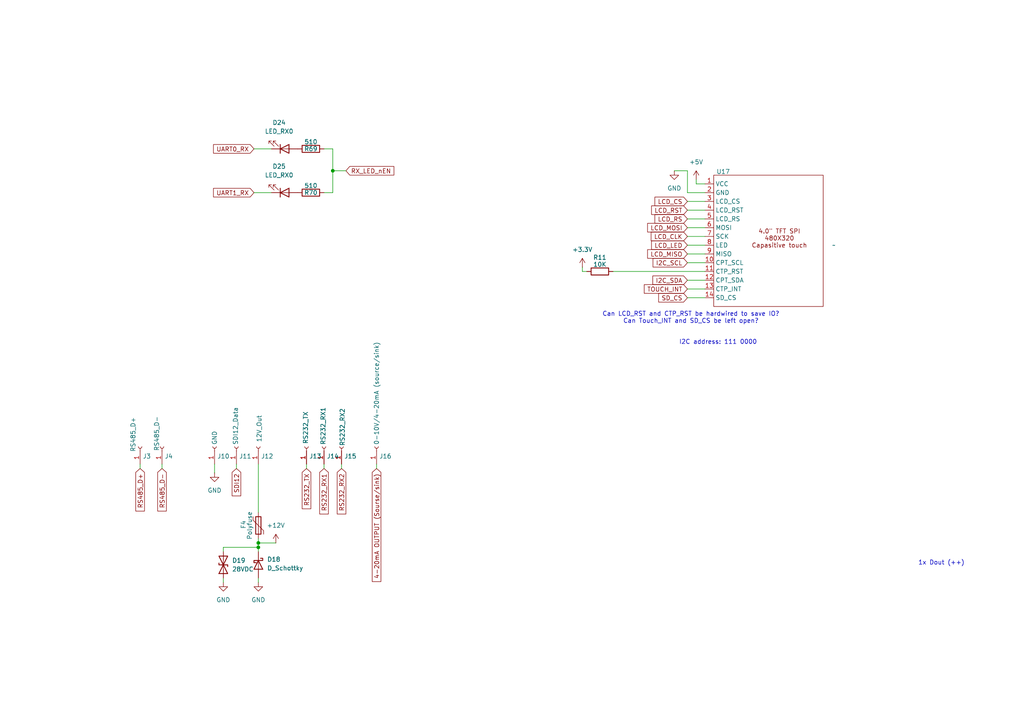
<source format=kicad_sch>
(kicad_sch (version 20231120) (generator "eeschema") (generator_version "8.0")
  (paper "A4")
  (lib_symbols
    (symbol "Connector:Conn_01x01_Socket" (pin_names (offset 1.016) hide)
      (property "Reference" "J" (at 0 2.54 0))
      (property "Value" "Conn_01x01_Socket" (at 0 -2.54 0))
      (symbol "Conn_01x01_Socket_1_1"
        (polyline (pts (xy -1.27 0) (xy -0.508 0)) (stroke (width 0.1524)))
        (arc (start 0 0.508) (mid -0.5058 0) (end 0 -0.508) (stroke (width 0.1524)))
        (pin passive line (at -5.08 0 0) (length 3.81) (name "Pin_1") (number "1"))
      )
    )
    (symbol "Device:D_Schottky" (pin_numbers hide) (pin_names (offset 1.016) hide)
      (property "Reference" "D" (at 0 2.54 0))
      (property "Value" "D_Schottky" (at 0 -2.54 0))
      (symbol "D_Schottky_0_1"
        (polyline (pts (xy 1.27 0) (xy -1.27 0)))
        (polyline (pts (xy 1.27 1.27) (xy 1.27 -1.27) (xy -1.27 0) (xy 1.27 1.27)) (stroke (width 0.254)))
        (polyline (pts (xy -1.905 0.635) (xy -1.905 1.27) (xy -1.27 1.27) (xy -1.27 -1.27) (xy -0.635 -1.27) (xy -0.635 -0.635)) (stroke (width 0.254)))
      )
      (symbol "D_Schottky_1_1"
        (pin passive line (at -3.81 0 0) (length 2.54) (name "K") (number "1"))
        (pin passive line (at 3.81 0 180) (length 2.54) (name "A") (number "2"))
      )
    )
    (symbol "Device:D_TVS" (pin_numbers hide) (pin_names (offset 1.016) hide)
      (property "Reference" "D" (at 0 2.54 0))
      (property "Value" "D_TVS" (at 0 -2.54 0))
      (symbol "D_TVS_0_1"
        (polyline (pts (xy 1.27 0) (xy -1.27 0)))
        (polyline (pts (xy 0.508 1.27) (xy 0 1.27) (xy 0 -1.27) (xy -0.508 -1.27)) (stroke (width 0.254)))
        (polyline (pts (xy -2.54 1.27) (xy -2.54 -1.27) (xy 2.54 1.27) (xy 2.54 -1.27) (xy -2.54 1.27)) (stroke (width 0.254)))
      )
      (symbol "D_TVS_1_1"
        (pin passive line (at -3.81 0 0) (length 2.54) (name "A1") (number "1"))
        (pin passive line (at 3.81 0 180) (length 2.54) (name "A2") (number "2"))
      )
    )
    (symbol "Device:LED" (pin_numbers hide) (pin_names (offset 1.016) hide)
      (property "Reference" "D" (at 0 2.54 0))
      (property "Value" "LED" (at 0 -2.54 0))
      (symbol "LED_0_1"
        (polyline (pts (xy -1.27 -1.27) (xy -1.27 1.27)) (stroke (width 0.254)))
        (polyline (pts (xy -1.27 0) (xy 1.27 0)))
        (polyline (pts (xy 1.27 -1.27) (xy 1.27 1.27) (xy -1.27 0) (xy 1.27 -1.27)) (stroke (width 0.254)))
        (polyline (pts (xy -3.048 -0.762) (xy -4.572 -2.286) (xy -3.81 -2.286) (xy -4.572 -2.286) (xy -4.572 -1.524)))
        (polyline (pts (xy -1.778 -0.762) (xy -3.302 -2.286) (xy -2.54 -2.286) (xy -3.302 -2.286) (xy -3.302 -1.524)))
      )
      (symbol "LED_1_1"
        (pin passive line (at -3.81 0 0) (length 2.54) (name "K") (number "1"))
        (pin passive line (at 3.81 0 180) (length 2.54) (name "A") (number "2"))
      )
    )
    (symbol "Device:Polyfuse" (pin_numbers hide) (pin_names (offset 0))
      (property "Reference" "F" (at -2.54 0 90))
      (property "Value" "Polyfuse" (at 2.54 0 90))
      (symbol "Polyfuse_0_1"
        (rectangle (start -0.762 2.54) (end 0.762 -2.54) (stroke (width 0.254)))
        (polyline (pts (xy 0 2.54) (xy 0 -2.54)))
        (polyline (pts (xy -1.524 2.54) (xy -1.524 1.524) (xy 1.524 -1.524) (xy 1.524 -2.54)))
      )
      (symbol "Polyfuse_1_1"
        (pin passive line (at 0 3.81 270) (length 1.27) (name "~") (number "1"))
        (pin passive line (at 0 -3.81 90) (length 1.27) (name "~") (number "2"))
      )
    )
    (symbol "Device:R" (pin_numbers hide) (pin_names (offset 0))
      (property "Reference" "R" (at 2.032 0 90))
      (property "Value" "R" (at 0 0 90))
      (symbol "R_0_1"
        (rectangle (start -1.016 -2.54) (end 1.016 2.54) (stroke (width 0.254)))
      )
      (symbol "R_1_1"
        (pin passive line (at 0 3.81 270) (length 1.27) (name "~") (number "1"))
        (pin passive line (at 0 -3.81 90) (length 1.27) (name "~") (number "2"))
      )
    )
    (symbol "My_library:MSP4031"
      (property "Reference" "U" (at 3.048 3.556 0))
      (symbol "MSP4031_0_1"
        (rectangle (start 2.54 2.54) (end 34.29 -35.56))
      )
      (symbol "MSP4031_1_1"
        (text "4.0\" TFT SPI\n480X320\nCapasitive touch" (at 21.59 -15.748 0) (effects (font (size 1.27 1.27))))
        (pin power_in line (at 0 0 0) (length 2.54) (name "VCC") (number "1"))
        (pin input line (at 0 -22.86 0) (length 2.54) (name "CPT_SCL") (number "10"))
        (pin input line (at 0 -25.4 0) (length 2.54) (name "CTP_RST") (number "11"))
        (pin bidirectional line (at 0 -27.94 0) (length 2.54) (name "CPT_SDA") (number "12"))
        (pin output line (at 0 -30.48 0) (length 2.54) (name "CTP_INT") (number "13"))
        (pin input line (at 0 -33.02 0) (length 2.54) (name "SD_CS") (number "14"))
        (pin power_in line (at 0 -2.54 0) (length 2.54) (name "GND") (number "2"))
        (pin input line (at 0 -5.08 0) (length 2.54) (name "LCD_CS") (number "3"))
        (pin input line (at 0 -7.62 0) (length 2.54) (name "LCD_RST") (number "4"))
        (pin input line (at 0 -10.16 0) (length 2.54) (name "LCD_RS") (number "5"))
        (pin input line (at 0 -12.7 0) (length 2.54) (name "MOSI") (number "6"))
        (pin input line (at 0 -15.24 0) (length 2.54) (name "SCK") (number "7"))
        (pin input line (at 0 -17.78 0) (length 2.54) (name "LED") (number "8"))
        (pin output line (at 0 -20.32 0) (length 2.54) (name "MISO") (number "9"))
      )
    )
    (symbol "power:+12V" (power) (pin_numbers hide) (pin_names (offset 0) hide)
      (property "Value" "+12V" (at 0 3.556 0))
      (symbol "+12V_0_1"
        (polyline (pts (xy -0.762 1.27) (xy 0 2.54)))
        (polyline (pts (xy 0 0) (xy 0 2.54)))
        (polyline (pts (xy 0 2.54) (xy 0.762 1.27)))
      )
      (symbol "+12V_1_1"
        (pin power_in line (at 0 0 90) (length 0) (name "~") (number "1"))
      )
    )
    (symbol "power:+3.3V" (power) (pin_numbers hide) (pin_names (offset 0) hide)
      (property "Value" "+3.3V" (at 0 3.556 0))
      (symbol "+3.3V_0_1"
        (polyline (pts (xy -0.762 1.27) (xy 0 2.54)))
        (polyline (pts (xy 0 0) (xy 0 2.54)))
        (polyline (pts (xy 0 2.54) (xy 0.762 1.27)))
      )
      (symbol "+3.3V_1_1"
        (pin power_in line (at 0 0 90) (length 0) (name "~") (number "1"))
      )
    )
    (symbol "power:+5V" (power) (pin_numbers hide) (pin_names (offset 0) hide)
      (property "Value" "+5V" (at 0 3.556 0))
      (symbol "+5V_0_1"
        (polyline (pts (xy -0.762 1.27) (xy 0 2.54)))
        (polyline (pts (xy 0 0) (xy 0 2.54)))
        (polyline (pts (xy 0 2.54) (xy 0.762 1.27)))
      )
      (symbol "+5V_1_1"
        (pin power_in line (at 0 0 90) (length 0) (name "~") (number "1"))
      )
    )
    (symbol "power:GND" (power) (pin_numbers hide) (pin_names (offset 0) hide)
      (property "Value" "GND" (at 0 -3.81 0))
      (symbol "GND_0_1"
        (polyline (pts (xy 0 0) (xy 0 -1.27) (xy 1.27 -1.27) (xy 0 -2.54) (xy -1.27 -1.27) (xy 0 -1.27)))
      )
      (symbol "GND_1_1"
        (pin power_in line (at 0 0 270) (length 0) (name "~") (number "1"))
      )
    )
  )
  (junction (at 74.93 158.75))
  (junction (at 96.52 49.53))
  (junction (at 74.93 157.48))
  (wire (pts (xy 93.98 55.88) (xy 96.52 55.88)))
  (wire (pts (xy 93.98 134.62) (xy 93.98 135.89)))
  (wire (pts (xy 62.23 134.62) (xy 62.23 137.16)))
  (wire (pts (xy 64.77 167.64) (xy 64.77 168.91)))
  (wire (pts (xy 74.93 157.48) (xy 74.93 158.75)))
  (wire (pts (xy 201.93 53.34) (xy 204.47 53.34)))
  (wire (pts (xy 177.8 78.74) (xy 204.47 78.74)))
  (wire (pts (xy 199.39 66.04) (xy 204.47 66.04)))
  (wire (pts (xy 199.39 73.66) (xy 204.47 73.66)))
  (wire (pts (xy 168.91 78.74) (xy 170.18 78.74)))
  (wire (pts (xy 199.39 86.36) (xy 204.47 86.36)))
  (wire (pts (xy 199.39 60.96) (xy 204.47 60.96)))
  (wire (pts (xy 74.93 158.75) (xy 74.93 160.02)))
  (wire (pts (xy 199.39 49.53) (xy 195.58 49.53)))
  (wire (pts (xy 204.47 55.88) (xy 199.39 55.88)))
  (wire (pts (xy 199.39 83.82) (xy 204.47 83.82)))
  (wire (pts (xy 40.64 134.62) (xy 40.64 135.89)))
  (wire (pts (xy 201.93 52.07) (xy 201.93 53.34)))
  (wire (pts (xy 74.93 167.64) (xy 74.93 168.91)))
  (wire (pts (xy 46.99 134.62) (xy 46.99 135.89)))
  (wire (pts (xy 96.52 49.53) (xy 100.33 49.53)))
  (wire (pts (xy 168.91 78.74) (xy 168.91 77.47)))
  (wire (pts (xy 73.66 43.18) (xy 78.74 43.18)))
  (wire (pts (xy 199.39 71.12) (xy 204.47 71.12)))
  (wire (pts (xy 109.22 134.62) (xy 109.22 135.89)))
  (wire (pts (xy 68.58 134.62) (xy 68.58 135.89)))
  (wire (pts (xy 96.52 43.18) (xy 93.98 43.18)))
  (wire (pts (xy 80.01 157.48) (xy 74.93 157.48)))
  (wire (pts (xy 74.93 134.62) (xy 74.93 148.59)))
  (wire (pts (xy 199.39 63.5) (xy 204.47 63.5)))
  (wire (pts (xy 199.39 76.2) (xy 204.47 76.2)))
  (wire (pts (xy 199.39 68.58) (xy 204.47 68.58)))
  (wire (pts (xy 64.77 158.75) (xy 74.93 158.75)))
  (wire (pts (xy 199.39 55.88) (xy 199.39 49.53)))
  (wire (pts (xy 64.77 160.02) (xy 64.77 158.75)))
  (wire (pts (xy 88.9 134.62) (xy 88.9 135.89)))
  (wire (pts (xy 73.66 55.88) (xy 78.74 55.88)))
  (wire (pts (xy 199.39 58.42) (xy 204.47 58.42)))
  (wire (pts (xy 74.93 156.21) (xy 74.93 157.48)))
  (wire (pts (xy 96.52 55.88) (xy 96.52 49.53)))
  (wire (pts (xy 96.52 49.53) (xy 96.52 43.18)))
  (wire (pts (xy 99.06 134.62) (xy 99.06 135.89)))
  (wire (pts (xy 199.39 81.28) (xy 204.47 81.28)))
  (text "Can LCD_RST and CTP_RST be hardwired to save IO?\nCan Touch_INT and SD_CS be left open?\n" (at 200.406 92.202 0) (effects (font (size 1.27 1.27))))
  (text "I2C address: 111 0000" (at 208.28 99.314 0) (effects (font (size 1.27 1.27))))
  (text "1x Dout (++)" (at 273.05 163.322 0) (effects (font (size 1.27 1.27))))
  (global_label "SD_CS" (shape input) (at 199.39 86.36 180) (property "Intersheetrefs" "${INTERSHEET_REFS}" (at 190.4782 86.36 0) (effects (justify right))))
  (global_label "LCD_MISO" (shape input) (at 199.39 73.66 180) (property "Intersheetrefs" "${INTERSHEET_REFS}" (at 187.2729 73.66 0) (effects (justify right))))
  (global_label "RS485_D+" (shape input) (at 40.64 135.89 270) (property "Intersheetrefs" "${INTERSHEET_REFS}" (at 40.64 148.7932 90) (effects (justify right))))
  (global_label "I2C_SDA" (shape input) (at 199.39 81.28 180) (property "Intersheetrefs" "${INTERSHEET_REFS}" (at 188.7848 81.28 0) (effects (justify right))))
  (global_label "UART1_RX" (shape input) (at 73.66 55.88 180) (property "Intersheetrefs" "${INTERSHEET_REFS}" (at 61.3615 55.88 0) (effects (justify right))))
  (global_label "SDI12" (shape input) (at 68.58 135.89 270) (property "Intersheetrefs" "${INTERSHEET_REFS}" (at 68.58 144.3785 90) (effects (justify right))))
  (global_label "LCD_CS" (shape input) (at 199.39 58.42 180) (property "Intersheetrefs" "${INTERSHEET_REFS}" (at 189.3896 58.42 0) (effects (justify right))))
  (global_label "LCD_MOSI" (shape input) (at 199.39 66.04 180) (property "Intersheetrefs" "${INTERSHEET_REFS}" (at 187.2729 66.04 0) (effects (justify right))))
  (global_label "RX_LED_nEN" (shape input) (at 100.33 49.53 0) (property "Intersheetrefs" "${INTERSHEET_REFS}" (at 114.8055 49.53 0) (effects (justify left))))
  (global_label "RS232_RX2" (shape input) (at 99.06 135.89 270) (property "Intersheetrefs" "${INTERSHEET_REFS}" (at 99.06 149.6398 90) (effects (justify right))))
  (global_label "RS485_D-" (shape input) (at 46.99 135.89 270) (property "Intersheetrefs" "${INTERSHEET_REFS}" (at 46.99 148.7932 90) (effects (justify right))))
  (global_label "RS232_TX" (shape input) (at 88.9 135.89 270) (property "Intersheetrefs" "${INTERSHEET_REFS}" (at 88.9 148.1279 90) (effects (justify right))))
  (global_label "4-20mA OUTPUT (Sourse{slash}sink)" (shape input) (at 109.22 135.89 270) (property "Intersheetrefs" "${INTERSHEET_REFS}" (at 109.22 169.2342 90) (effects (justify right))))
  (global_label "LCD_LED" (shape input) (at 199.39 71.12 180) (property "Intersheetrefs" "${INTERSHEET_REFS}" (at 188.422 71.12 0) (effects (justify right))))
  (global_label "TOUCH_INT" (shape input) (at 199.39 83.82 180) (property "Intersheetrefs" "${INTERSHEET_REFS}" (at 186.3052 83.82 0) (effects (justify right))))
  (global_label "I2C_SCL" (shape input) (at 199.39 76.2 180) (property "Intersheetrefs" "${INTERSHEET_REFS}" (at 188.8453 76.2 0) (effects (justify right))))
  (global_label "LCD_CLK" (shape input) (at 199.39 68.58 180) (property "Intersheetrefs" "${INTERSHEET_REFS}" (at 188.301 68.58 0) (effects (justify right))))
  (global_label "UART0_RX" (shape input) (at 73.66 43.18 180) (property "Intersheetrefs" "${INTERSHEET_REFS}" (at 61.3615 43.18 0) (effects (justify right))))
  (global_label "LCD_RS" (shape input) (at 199.39 63.5 180) (property "Intersheetrefs" "${INTERSHEET_REFS}" (at 189.3896 63.5 0) (effects (justify right))))
  (global_label "LCD_RST" (shape input) (at 199.39 60.96 180) (property "Intersheetrefs" "${INTERSHEET_REFS}" (at 188.422 60.96 0) (effects (justify right))))
  (global_label "RS232_RX1" (shape input) (at 93.98 135.89 270) (property "Intersheetrefs" "${INTERSHEET_REFS}" (at 93.98 149.6398 90) (effects (justify right))))
  (symbol (lib_id "Device:D_Schottky") (at 74.93 163.83 270) (unit 1)
    (property "Reference" "D18" (at 77.47 162.2424 90) (effects (justify left)))
    (property "Value" "D_Schottky" (at 77.47 164.7824 90) (effects (justify left)))
    (property "Description" "Schottky diode" (effects (hide yes)))
  )
  (symbol (lib_id "Connector:Conn_01x01_Socket") (at 99.06 129.54 90) (unit 1)
    (property "Reference" "J15" (at 99.822 132.334 90) (effects (justify right)))
    (property "Value" "RS232_RX2" (at 99.314 118.364 0) (effects (justify right)))
    (property "Description" "Generic connector, single row, 01x01, script generated" (effects (hide yes)))
  )
  (symbol (lib_id "Device:R") (at 90.17 43.18 270) (unit 1)
    (property "Reference" "R69" (at 90.17 43.18 90))
    (property "Value" "510" (at 90.17 41.148 90))
    (property "Description" "Resistor" (effects (hide yes)))
  )
  (symbol (lib_id "power:+12V") (at 80.01 157.48 0) (unit 1)
    (property "Reference" "#PWR096" (effects (hide yes)))
    (property "Value" "+12V" (at 80.01 152.4 0))
    (property "Description" "Power symbol creates a global label with name \"+12V\"" (effects (hide yes)))
  )
  (symbol (lib_id "Connector:Conn_01x01_Socket") (at 88.9 129.54 90) (unit 1)
    (property "Reference" "J13" (at 89.662 132.334 90) (effects (justify right)))
    (property "Value" "RS232_TX" (at 88.646 128.778 0) (effects (justify left)))
    (property "Description" "Generic connector, single row, 01x01, script generated" (effects (hide yes)))
  )
  (symbol (lib_id "Device:D_TVS") (at 64.77 163.83 90) (unit 1)
    (property "Reference" "D19" (at 67.31 162.5599 90) (effects (justify right)))
    (property "Value" "28VDC" (at 67.31 165.0999 90) (effects (justify right)))
    (property "Description" "Bidirectional transient-voltage-suppression diode" (effects (hide yes)))
  )
  (symbol (lib_id "power:GND") (at 195.58 49.53 0) (unit 1)
    (property "Reference" "#PWR094" (effects (hide yes)))
    (property "Value" "GND" (at 195.58 54.61 0))
    (property "Description" "Power symbol creates a global label with name \"GND\" , ground" (effects (hide yes)))
  )
  (symbol (lib_id "Connector:Conn_01x01_Socket") (at 40.64 129.54 90) (unit 1)
    (property "Reference" "J3" (at 41.402 132.334 90) (effects (justify right)))
    (property "Value" "RS485_D+" (at 38.608 131.064 0) (effects (justify left)))
    (property "Description" "Generic connector, single row, 01x01, script generated" (effects (hide yes)))
  )
  (symbol (lib_id "power:+5V") (at 201.93 52.07 0) (unit 1)
    (property "Reference" "#PWR093" (effects (hide yes)))
    (property "Value" "+5V" (at 201.93 46.99 0))
    (property "Description" "Power symbol creates a global label with name \"+5V\"" (effects (hide yes)))
  )
  (symbol (lib_id "power:GND") (at 62.23 137.16 0) (unit 1)
    (property "Reference" "#PWR0122" (effects (hide yes)))
    (property "Value" "GND" (at 62.23 142.24 0))
    (property "Description" "Power symbol creates a global label with name \"GND\" , ground" (effects (hide yes)))
  )
  (symbol (lib_id "Connector:Conn_01x01_Socket") (at 68.58 129.54 90) (unit 1)
    (property "Reference" "J11" (at 69.342 132.334 90) (effects (justify right)))
    (property "Value" "SDI12_Data" (at 68.326 129.032 0) (effects (justify left)))
    (property "Description" "Generic connector, single row, 01x01, script generated" (effects (hide yes)))
  )
  (symbol (lib_id "Connector:Conn_01x01_Socket") (at 109.22 129.54 90) (unit 1)
    (property "Reference" "J16" (at 109.982 132.334 90) (effects (justify right)))
    (property "Value" "0-10V/4-20mA (source/sink)" (at 109.22 129.032 0) (effects (justify left)))
    (property "Description" "Generic connector, single row, 01x01, script generated" (effects (hide yes)))
  )
  (symbol (lib_id "power:GND") (at 74.93 168.91 0) (unit 1)
    (property "Reference" "#PWR0121" (effects (hide yes)))
    (property "Value" "GND" (at 74.93 173.99 0))
    (property "Description" "Power symbol creates a global label with name \"GND\" , ground" (effects (hide yes)))
  )
  (symbol (lib_id "Device:LED") (at 82.55 43.18 0) (mirror x) (unit 1)
    (property "Reference" "D24" (at 80.9625 35.56 0))
    (property "Value" "LED_RX0" (at 80.9625 38.1 0))
    (property "Description" "Light emitting diode" (effects (hide yes)))
  )
  (symbol (lib_id "Connector:Conn_01x01_Socket") (at 62.23 129.54 90) (unit 1)
    (property "Reference" "J10" (at 62.992 132.334 90) (effects (justify right)))
    (property "Value" "GND" (at 62.23 129.032 0) (effects (justify left)))
    (property "Description" "Generic connector, single row, 01x01, script generated" (effects (hide yes)))
  )
  (symbol (lib_id "My_library:MSP4031") (at 204.47 53.34 0) (unit 1)
    (property "Reference" "U17" (at 207.772 49.784 0) (effects (justify left)))
    (property "Value" "~" (at 241.3 71.12 0) (effects (justify left)))
    (property "Footprint" "My_library:MSP4031" (effects (hide yes)))
  )
  (symbol (lib_id "Device:R") (at 90.17 55.88 270) (unit 1)
    (property "Reference" "R70" (at 90.17 55.88 90))
    (property "Value" "510" (at 90.17 53.848 90))
    (property "Description" "Resistor" (effects (hide yes)))
  )
  (symbol (lib_id "Connector:Conn_01x01_Socket") (at 46.99 129.54 90) (unit 1)
    (property "Reference" "J4" (at 47.752 132.334 90) (effects (justify right)))
    (property "Value" "RS485_D-" (at 45.466 130.81 0) (effects (justify left)))
    (property "Description" "Generic connector, single row, 01x01, script generated" (effects (hide yes)))
  )
  (symbol (lib_id "Device:Polyfuse") (at 74.93 152.4 180) (unit 1)
    (property "Reference" "F4" (at 70.612 152.146 90))
    (property "Value" "Polyfuse" (at 72.39 152.4 90))
    (property "Description" "Resettable fuse, polymeric positive temperature coefficient" (effects (hide yes)))
  )
  (symbol (lib_id "Device:LED") (at 82.55 55.88 0) (mirror x) (unit 1)
    (property "Reference" "D25" (at 80.9625 48.26 0))
    (property "Value" "LED_RX0" (at 80.9625 50.8 0))
    (property "Description" "Light emitting diode" (effects (hide yes)))
  )
  (symbol (lib_id "power:+3.3V") (at 168.91 77.47 0) (unit 1)
    (property "Reference" "#PWR095" (effects (hide yes)))
    (property "Value" "+3.3V" (at 168.91 72.39 0))
    (property "Description" "Power symbol creates a global label with name \"+3.3V\"" (effects (hide yes)))
  )
  (symbol (lib_id "Connector:Conn_01x01_Socket") (at 74.93 129.54 90) (unit 1)
    (property "Reference" "J12" (at 75.692 132.334 90) (effects (justify right)))
    (property "Value" "12V_Out" (at 75.184 128.27 0) (effects (justify left)))
    (property "Description" "Generic connector, single row, 01x01, script generated" (effects (hide yes)))
  )
  (symbol (lib_id "Connector:Conn_01x01_Socket") (at 93.98 129.54 90) (unit 1)
    (property "Reference" "J14" (at 94.742 132.334 90) (effects (justify right)))
    (property "Value" "RS232_RX1" (at 93.726 129.032 0) (effects (justify left)))
    (property "Description" "Generic connector, single row, 01x01, script generated" (effects (hide yes)))
  )
  (symbol (lib_id "power:GND") (at 64.77 168.91 0) (unit 1)
    (property "Reference" "#PWR0123" (effects (hide yes)))
    (property "Value" "GND" (at 64.77 173.99 0))
    (property "Description" "Power symbol creates a global label with name \"GND\" , ground" (effects (hide yes)))
  )
  (symbol (lib_id "Device:R") (at 173.99 78.74 90) (unit 1)
    (property "Reference" "R11" (at 173.99 74.676 90))
    (property "Value" "10K" (at 173.99 76.708 90))
    (property "Description" "Resistor" (effects (hide yes)))
  )
)
</source>
